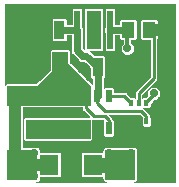
<source format=gtl>
G75*
%MOIN*%
%OFA0B0*%
%FSLAX25Y25*%
%IPPOS*%
%LPD*%
%AMOC8*
5,1,8,0,0,1.08239X$1,22.5*
%
%ADD10R,0.01969X0.12992*%
%ADD11R,0.05118X0.12992*%
%ADD12R,0.02362X0.04331*%
%ADD13R,0.14567X0.04724*%
%ADD14R,0.03543X0.06299*%
%ADD15R,0.01575X0.01969*%
%ADD16R,0.10000X0.10000*%
%ADD17R,0.06299X0.07087*%
%ADD18R,0.04331X0.05512*%
%ADD19C,0.00300*%
%ADD20C,0.02778*%
%ADD21C,0.04000*%
%ADD22C,0.01000*%
%ADD23C,0.02400*%
%ADD24C,0.05000*%
%ADD25C,0.01200*%
D10*
X0027302Y0053800D03*
X0038326Y0053800D03*
D11*
X0032814Y0053800D03*
D12*
X0034064Y0031615D03*
X0037804Y0031615D03*
X0030324Y0031615D03*
X0030324Y0020985D03*
X0034064Y0020985D03*
X0037804Y0020985D03*
D13*
X0017814Y0020788D03*
X0017814Y0031812D03*
D14*
X0021416Y0042550D03*
X0021416Y0053800D03*
X0009212Y0053800D03*
X0009212Y0042550D03*
X0034212Y0041300D03*
X0046416Y0041300D03*
D15*
X0045255Y0029450D03*
X0047814Y0029450D03*
X0050373Y0029450D03*
X0050373Y0023150D03*
X0047814Y0023150D03*
X0045255Y0023150D03*
D16*
X0041564Y0008800D03*
X0054064Y0008800D03*
X0009064Y0008800D03*
D17*
X0018070Y0008800D03*
X0032558Y0008800D03*
D18*
X0044369Y0053800D03*
X0044369Y0053800D03*
X0051259Y0053800D03*
X0051259Y0053800D03*
D19*
X0051564Y0050294D02*
X0048783Y0050294D01*
X0048344Y0050733D01*
X0048344Y0056867D01*
X0048783Y0057306D01*
X0053735Y0057306D01*
X0054174Y0056867D01*
X0054174Y0050733D01*
X0054064Y0050623D01*
X0054064Y0037032D01*
X0053332Y0036300D01*
X0049064Y0032032D01*
X0049064Y0031032D01*
X0049094Y0031002D01*
X0049275Y0031184D01*
X0050198Y0031184D01*
X0050677Y0031662D01*
X0050675Y0031664D01*
X0050675Y0033436D01*
X0051928Y0034689D01*
X0053700Y0034689D01*
X0054953Y0033436D01*
X0054953Y0031664D01*
X0053700Y0030411D01*
X0053244Y0030411D01*
X0051910Y0029078D01*
X0051910Y0028155D01*
X0051471Y0027715D01*
X0049416Y0027715D01*
X0051623Y0025509D01*
X0051623Y0024733D01*
X0051910Y0024445D01*
X0051910Y0021855D01*
X0051471Y0021416D01*
X0049275Y0021416D01*
X0048836Y0021855D01*
X0048836Y0024445D01*
X0048993Y0024603D01*
X0048196Y0025400D01*
X0037982Y0025400D01*
X0039064Y0024318D01*
X0039064Y0023900D01*
X0039296Y0023900D01*
X0039735Y0023461D01*
X0039735Y0018509D01*
X0039296Y0018070D01*
X0036312Y0018070D01*
X0035873Y0018509D01*
X0035873Y0023461D01*
X0036129Y0023717D01*
X0036046Y0023800D01*
X0032464Y0023800D01*
X0032464Y0017177D01*
X0031937Y0016650D01*
X0009941Y0016650D01*
X0009414Y0017177D01*
X0009414Y0024173D01*
X0009941Y0024700D01*
X0031396Y0024700D01*
X0029806Y0026290D01*
X0029074Y0027022D01*
X0029074Y0027900D01*
X0009314Y0027900D01*
X0009314Y0014550D01*
X0011789Y0014550D01*
X0011928Y0014689D01*
X0013700Y0014689D01*
X0013839Y0014550D01*
X0014375Y0014550D01*
X0014814Y0014111D01*
X0014814Y0013575D01*
X0014953Y0013436D01*
X0014953Y0013093D01*
X0021530Y0013093D01*
X0021969Y0012654D01*
X0021969Y0004946D01*
X0021530Y0004507D01*
X0014953Y0004507D01*
X0014953Y0004164D01*
X0014814Y0004025D01*
X0014814Y0003489D01*
X0014375Y0003050D01*
X0013839Y0003050D01*
X0013739Y0002950D01*
X0036889Y0002950D01*
X0036789Y0003050D01*
X0036253Y0003050D01*
X0035814Y0003489D01*
X0035814Y0004025D01*
X0035675Y0004164D01*
X0035675Y0004507D01*
X0029098Y0004507D01*
X0028658Y0004946D01*
X0028658Y0012654D01*
X0029098Y0013093D01*
X0035675Y0013093D01*
X0035675Y0013436D01*
X0035814Y0013575D01*
X0035814Y0014111D01*
X0036253Y0014550D01*
X0036789Y0014550D01*
X0036928Y0014689D01*
X0038700Y0014689D01*
X0038839Y0014550D01*
X0044289Y0014550D01*
X0044428Y0014689D01*
X0046200Y0014689D01*
X0046339Y0014550D01*
X0046875Y0014550D01*
X0047314Y0014111D01*
X0047314Y0013575D01*
X0047453Y0013436D01*
X0047453Y0011664D01*
X0047314Y0011525D01*
X0047314Y0006075D01*
X0047453Y0005936D01*
X0047453Y0004164D01*
X0047314Y0004025D01*
X0047314Y0003489D01*
X0046875Y0003050D01*
X0046339Y0003050D01*
X0046239Y0002950D01*
X0059914Y0002950D01*
X0059914Y0062150D01*
X0003214Y0062150D01*
X0003214Y0035473D01*
X0003691Y0035950D01*
X0013691Y0035950D01*
X0018164Y0040423D01*
X0018164Y0046673D01*
X0018691Y0047200D01*
X0024437Y0047200D01*
X0024964Y0046673D01*
X0024964Y0042923D01*
X0032262Y0035625D01*
X0032262Y0037400D01*
X0032129Y0037400D01*
X0031690Y0037840D01*
X0031690Y0041064D01*
X0029654Y0043100D01*
X0028256Y0043100D01*
X0026494Y0044862D01*
X0025352Y0046004D01*
X0025352Y0051850D01*
X0023938Y0051850D01*
X0023938Y0050340D01*
X0023499Y0049900D01*
X0019334Y0049900D01*
X0018895Y0050340D01*
X0018895Y0057260D01*
X0019334Y0057700D01*
X0023499Y0057700D01*
X0023938Y0057260D01*
X0023938Y0055750D01*
X0025568Y0055750D01*
X0025568Y0060607D01*
X0026007Y0061046D01*
X0028597Y0061046D01*
X0029036Y0060607D01*
X0029036Y0054823D01*
X0029252Y0054608D01*
X0029252Y0047620D01*
X0029505Y0047367D01*
X0029505Y0060607D01*
X0029944Y0061046D01*
X0035684Y0061046D01*
X0036123Y0060607D01*
X0036123Y0046993D01*
X0035684Y0046554D01*
X0031715Y0046554D01*
X0032412Y0045858D01*
X0033070Y0045200D01*
X0036294Y0045200D01*
X0036733Y0044760D01*
X0036733Y0037840D01*
X0036294Y0037400D01*
X0036162Y0037400D01*
X0036162Y0034380D01*
X0036312Y0034530D01*
X0039296Y0034530D01*
X0039735Y0034091D01*
X0039735Y0032865D01*
X0043607Y0032865D01*
X0044340Y0032133D01*
X0045288Y0031184D01*
X0046353Y0031184D01*
X0046534Y0031002D01*
X0046564Y0031032D01*
X0046564Y0033068D01*
X0051564Y0038068D01*
X0051564Y0050294D01*
X0051564Y0050256D02*
X0045414Y0050256D01*
X0045414Y0050294D02*
X0045414Y0049225D01*
X0046203Y0048436D01*
X0046203Y0046664D01*
X0044950Y0045411D01*
X0043178Y0045411D01*
X0041925Y0046664D01*
X0041925Y0048436D01*
X0042714Y0049225D01*
X0042714Y0050294D01*
X0041893Y0050294D01*
X0041454Y0050733D01*
X0041454Y0051850D01*
X0040060Y0051850D01*
X0040060Y0046993D01*
X0039621Y0046554D01*
X0037031Y0046554D01*
X0036592Y0046993D01*
X0036592Y0052777D01*
X0036376Y0052992D01*
X0036376Y0054608D01*
X0036592Y0054823D01*
X0036592Y0060607D01*
X0037031Y0061046D01*
X0039621Y0061046D01*
X0040060Y0060607D01*
X0040060Y0055750D01*
X0041454Y0055750D01*
X0041454Y0056867D01*
X0041893Y0057306D01*
X0046845Y0057306D01*
X0047284Y0056867D01*
X0047284Y0050733D01*
X0046845Y0050294D01*
X0045414Y0050294D01*
X0045414Y0049957D02*
X0051564Y0049957D01*
X0051564Y0049659D02*
X0045414Y0049659D01*
X0045414Y0049360D02*
X0051564Y0049360D01*
X0051564Y0049062D02*
X0045577Y0049062D01*
X0045876Y0048763D02*
X0051564Y0048763D01*
X0051564Y0048465D02*
X0046174Y0048465D01*
X0046203Y0048166D02*
X0051564Y0048166D01*
X0051564Y0047868D02*
X0046203Y0047868D01*
X0046203Y0047569D02*
X0051564Y0047569D01*
X0051564Y0047271D02*
X0046203Y0047271D01*
X0046203Y0046972D02*
X0051564Y0046972D01*
X0051564Y0046674D02*
X0046203Y0046674D01*
X0045914Y0046375D02*
X0051564Y0046375D01*
X0051564Y0046077D02*
X0045616Y0046077D01*
X0045317Y0045778D02*
X0051564Y0045778D01*
X0051564Y0045480D02*
X0045019Y0045480D01*
X0043109Y0045480D02*
X0032790Y0045480D01*
X0032491Y0045778D02*
X0042811Y0045778D01*
X0042512Y0046077D02*
X0032193Y0046077D01*
X0031894Y0046375D02*
X0042214Y0046375D01*
X0041925Y0046674D02*
X0039740Y0046674D01*
X0040039Y0046972D02*
X0041925Y0046972D01*
X0041925Y0047271D02*
X0040060Y0047271D01*
X0040060Y0047569D02*
X0041925Y0047569D01*
X0041925Y0047868D02*
X0040060Y0047868D01*
X0040060Y0048166D02*
X0041925Y0048166D01*
X0041954Y0048465D02*
X0040060Y0048465D01*
X0040060Y0048763D02*
X0042252Y0048763D01*
X0042551Y0049062D02*
X0040060Y0049062D01*
X0040060Y0049360D02*
X0042714Y0049360D01*
X0042714Y0049659D02*
X0040060Y0049659D01*
X0040060Y0049957D02*
X0042714Y0049957D01*
X0042714Y0050256D02*
X0040060Y0050256D01*
X0040060Y0050554D02*
X0041633Y0050554D01*
X0041454Y0050853D02*
X0040060Y0050853D01*
X0040060Y0051151D02*
X0041454Y0051151D01*
X0041454Y0051450D02*
X0040060Y0051450D01*
X0040060Y0051748D02*
X0041454Y0051748D01*
X0041454Y0055928D02*
X0040060Y0055928D01*
X0040060Y0056226D02*
X0041454Y0056226D01*
X0041454Y0056525D02*
X0040060Y0056525D01*
X0040060Y0056823D02*
X0041454Y0056823D01*
X0041709Y0057122D02*
X0040060Y0057122D01*
X0040060Y0057420D02*
X0059914Y0057420D01*
X0059914Y0057122D02*
X0053919Y0057122D01*
X0054174Y0056823D02*
X0059914Y0056823D01*
X0059914Y0056525D02*
X0054174Y0056525D01*
X0054174Y0056226D02*
X0059914Y0056226D01*
X0059914Y0055928D02*
X0054174Y0055928D01*
X0054174Y0055629D02*
X0059914Y0055629D01*
X0059914Y0055331D02*
X0054174Y0055331D01*
X0054174Y0055032D02*
X0059914Y0055032D01*
X0059914Y0054734D02*
X0054174Y0054734D01*
X0054174Y0054435D02*
X0059914Y0054435D01*
X0059914Y0054137D02*
X0054174Y0054137D01*
X0054174Y0053838D02*
X0059914Y0053838D01*
X0059914Y0053539D02*
X0054174Y0053539D01*
X0054174Y0053241D02*
X0059914Y0053241D01*
X0059914Y0052942D02*
X0054174Y0052942D01*
X0054174Y0052644D02*
X0059914Y0052644D01*
X0059914Y0052345D02*
X0054174Y0052345D01*
X0054174Y0052047D02*
X0059914Y0052047D01*
X0059914Y0051748D02*
X0054174Y0051748D01*
X0054174Y0051450D02*
X0059914Y0051450D01*
X0059914Y0051151D02*
X0054174Y0051151D01*
X0054174Y0050853D02*
X0059914Y0050853D01*
X0059914Y0050554D02*
X0054064Y0050554D01*
X0054064Y0050256D02*
X0059914Y0050256D01*
X0059914Y0049957D02*
X0054064Y0049957D01*
X0054064Y0049659D02*
X0059914Y0049659D01*
X0059914Y0049360D02*
X0054064Y0049360D01*
X0054064Y0049062D02*
X0059914Y0049062D01*
X0059914Y0048763D02*
X0054064Y0048763D01*
X0054064Y0048465D02*
X0059914Y0048465D01*
X0059914Y0048166D02*
X0054064Y0048166D01*
X0054064Y0047868D02*
X0059914Y0047868D01*
X0059914Y0047569D02*
X0054064Y0047569D01*
X0054064Y0047271D02*
X0059914Y0047271D01*
X0059914Y0046972D02*
X0054064Y0046972D01*
X0054064Y0046674D02*
X0059914Y0046674D01*
X0059914Y0046375D02*
X0054064Y0046375D01*
X0054064Y0046077D02*
X0059914Y0046077D01*
X0059914Y0045778D02*
X0054064Y0045778D01*
X0054064Y0045480D02*
X0059914Y0045480D01*
X0059914Y0045181D02*
X0054064Y0045181D01*
X0054064Y0044883D02*
X0059914Y0044883D01*
X0059914Y0044584D02*
X0054064Y0044584D01*
X0054064Y0044286D02*
X0059914Y0044286D01*
X0059914Y0043987D02*
X0054064Y0043987D01*
X0054064Y0043689D02*
X0059914Y0043689D01*
X0059914Y0043390D02*
X0054064Y0043390D01*
X0054064Y0043092D02*
X0059914Y0043092D01*
X0059914Y0042793D02*
X0054064Y0042793D01*
X0054064Y0042495D02*
X0059914Y0042495D01*
X0059914Y0042196D02*
X0054064Y0042196D01*
X0054064Y0041898D02*
X0059914Y0041898D01*
X0059914Y0041599D02*
X0054064Y0041599D01*
X0054064Y0041301D02*
X0059914Y0041301D01*
X0059914Y0041002D02*
X0054064Y0041002D01*
X0054064Y0040703D02*
X0059914Y0040703D01*
X0059914Y0040405D02*
X0054064Y0040405D01*
X0054064Y0040106D02*
X0059914Y0040106D01*
X0059914Y0039808D02*
X0054064Y0039808D01*
X0054064Y0039509D02*
X0059914Y0039509D01*
X0059914Y0039211D02*
X0054064Y0039211D01*
X0054064Y0038912D02*
X0059914Y0038912D01*
X0059914Y0038614D02*
X0054064Y0038614D01*
X0054064Y0038315D02*
X0059914Y0038315D01*
X0059914Y0038017D02*
X0054064Y0038017D01*
X0054064Y0037718D02*
X0059914Y0037718D01*
X0059914Y0037420D02*
X0054064Y0037420D01*
X0054064Y0037121D02*
X0059914Y0037121D01*
X0059914Y0036823D02*
X0053855Y0036823D01*
X0053556Y0036524D02*
X0059914Y0036524D01*
X0059914Y0036226D02*
X0053258Y0036226D01*
X0052959Y0035927D02*
X0059914Y0035927D01*
X0059914Y0035629D02*
X0052661Y0035629D01*
X0052362Y0035330D02*
X0059914Y0035330D01*
X0059914Y0035032D02*
X0052064Y0035032D01*
X0051765Y0034733D02*
X0059914Y0034733D01*
X0059914Y0034435D02*
X0053954Y0034435D01*
X0054253Y0034136D02*
X0059914Y0034136D01*
X0059914Y0033838D02*
X0054551Y0033838D01*
X0054850Y0033539D02*
X0059914Y0033539D01*
X0059914Y0033241D02*
X0054953Y0033241D01*
X0054953Y0032942D02*
X0059914Y0032942D01*
X0059914Y0032644D02*
X0054953Y0032644D01*
X0054953Y0032345D02*
X0059914Y0032345D01*
X0059914Y0032047D02*
X0054953Y0032047D01*
X0054953Y0031748D02*
X0059914Y0031748D01*
X0059914Y0031450D02*
X0054739Y0031450D01*
X0054440Y0031151D02*
X0059914Y0031151D01*
X0059914Y0030853D02*
X0054142Y0030853D01*
X0053843Y0030554D02*
X0059914Y0030554D01*
X0059914Y0030256D02*
X0053088Y0030256D01*
X0052790Y0029957D02*
X0059914Y0029957D01*
X0059914Y0029659D02*
X0052491Y0029659D01*
X0052193Y0029360D02*
X0059914Y0029360D01*
X0059914Y0029062D02*
X0051910Y0029062D01*
X0051910Y0028763D02*
X0059914Y0028763D01*
X0059914Y0028465D02*
X0051910Y0028465D01*
X0051910Y0028166D02*
X0059914Y0028166D01*
X0059914Y0027868D02*
X0051623Y0027868D01*
X0050458Y0026673D02*
X0059914Y0026673D01*
X0059914Y0026375D02*
X0050757Y0026375D01*
X0051055Y0026076D02*
X0059914Y0026076D01*
X0059914Y0025778D02*
X0051354Y0025778D01*
X0051623Y0025479D02*
X0059914Y0025479D01*
X0059914Y0025181D02*
X0051623Y0025181D01*
X0051623Y0024882D02*
X0059914Y0024882D01*
X0059914Y0024584D02*
X0051772Y0024584D01*
X0051910Y0024285D02*
X0059914Y0024285D01*
X0059914Y0023987D02*
X0051910Y0023987D01*
X0051910Y0023688D02*
X0059914Y0023688D01*
X0059914Y0023390D02*
X0051910Y0023390D01*
X0051910Y0023091D02*
X0059914Y0023091D01*
X0059914Y0022793D02*
X0051910Y0022793D01*
X0051910Y0022494D02*
X0059914Y0022494D01*
X0059914Y0022196D02*
X0051910Y0022196D01*
X0051910Y0021897D02*
X0059914Y0021897D01*
X0059914Y0021599D02*
X0051654Y0021599D01*
X0049092Y0021599D02*
X0039735Y0021599D01*
X0039735Y0021897D02*
X0048836Y0021897D01*
X0048836Y0022196D02*
X0039735Y0022196D01*
X0039735Y0022494D02*
X0048836Y0022494D01*
X0048836Y0022793D02*
X0039735Y0022793D01*
X0039735Y0023091D02*
X0048836Y0023091D01*
X0048836Y0023390D02*
X0039735Y0023390D01*
X0039508Y0023688D02*
X0048836Y0023688D01*
X0048836Y0023987D02*
X0039064Y0023987D01*
X0039064Y0024285D02*
X0048836Y0024285D01*
X0048974Y0024584D02*
X0038798Y0024584D01*
X0038499Y0024882D02*
X0048714Y0024882D01*
X0048415Y0025181D02*
X0038201Y0025181D01*
X0036100Y0023688D02*
X0032464Y0023688D01*
X0032464Y0023390D02*
X0035873Y0023390D01*
X0035873Y0023091D02*
X0032464Y0023091D01*
X0032464Y0022793D02*
X0035873Y0022793D01*
X0035873Y0022494D02*
X0032464Y0022494D01*
X0032464Y0022196D02*
X0035873Y0022196D01*
X0035873Y0021897D02*
X0032464Y0021897D01*
X0032464Y0021599D02*
X0035873Y0021599D01*
X0035873Y0021300D02*
X0032464Y0021300D01*
X0032464Y0021002D02*
X0035873Y0021002D01*
X0035873Y0020703D02*
X0032464Y0020703D01*
X0032464Y0020405D02*
X0035873Y0020405D01*
X0035873Y0020106D02*
X0032464Y0020106D01*
X0032464Y0019808D02*
X0035873Y0019808D01*
X0035873Y0019509D02*
X0032464Y0019509D01*
X0032464Y0019211D02*
X0035873Y0019211D01*
X0035873Y0018912D02*
X0032464Y0018912D01*
X0032464Y0018614D02*
X0035873Y0018614D01*
X0036067Y0018315D02*
X0032464Y0018315D01*
X0032464Y0018017D02*
X0059914Y0018017D01*
X0059914Y0018315D02*
X0039541Y0018315D01*
X0039735Y0018614D02*
X0059914Y0018614D01*
X0059914Y0018912D02*
X0039735Y0018912D01*
X0039735Y0019211D02*
X0059914Y0019211D01*
X0059914Y0019509D02*
X0039735Y0019509D01*
X0039735Y0019808D02*
X0059914Y0019808D01*
X0059914Y0020106D02*
X0039735Y0020106D01*
X0039735Y0020405D02*
X0059914Y0020405D01*
X0059914Y0020703D02*
X0039735Y0020703D01*
X0039735Y0021002D02*
X0059914Y0021002D01*
X0059914Y0021300D02*
X0039735Y0021300D01*
X0036138Y0014434D02*
X0014490Y0014434D01*
X0014789Y0014136D02*
X0035839Y0014136D01*
X0035814Y0013837D02*
X0014814Y0013837D01*
X0014850Y0013539D02*
X0035778Y0013539D01*
X0035675Y0013240D02*
X0014953Y0013240D01*
X0010314Y0017550D02*
X0010314Y0023800D01*
X0031564Y0023800D01*
X0031564Y0017550D01*
X0010314Y0017550D01*
X0010314Y0017718D02*
X0031564Y0017718D01*
X0031564Y0018017D02*
X0010314Y0018017D01*
X0010314Y0018315D02*
X0031564Y0018315D01*
X0031564Y0018614D02*
X0010314Y0018614D01*
X0010314Y0018912D02*
X0031564Y0018912D01*
X0031564Y0019211D02*
X0010314Y0019211D01*
X0010314Y0019509D02*
X0031564Y0019509D01*
X0031564Y0019808D02*
X0010314Y0019808D01*
X0010314Y0020106D02*
X0031564Y0020106D01*
X0031564Y0020405D02*
X0010314Y0020405D01*
X0010314Y0020703D02*
X0031564Y0020703D01*
X0031564Y0021002D02*
X0010314Y0021002D01*
X0010314Y0021300D02*
X0031564Y0021300D01*
X0031564Y0021599D02*
X0010314Y0021599D01*
X0010314Y0021897D02*
X0031564Y0021897D01*
X0031564Y0022196D02*
X0010314Y0022196D01*
X0010314Y0022494D02*
X0031564Y0022494D01*
X0031564Y0022793D02*
X0010314Y0022793D01*
X0010314Y0023091D02*
X0031564Y0023091D01*
X0031564Y0023390D02*
X0010314Y0023390D01*
X0010314Y0023688D02*
X0031564Y0023688D01*
X0031214Y0024882D02*
X0009314Y0024882D01*
X0009314Y0024584D02*
X0009825Y0024584D01*
X0009527Y0024285D02*
X0009314Y0024285D01*
X0009314Y0023987D02*
X0009414Y0023987D01*
X0009414Y0023688D02*
X0009314Y0023688D01*
X0009314Y0023390D02*
X0009414Y0023390D01*
X0009414Y0023091D02*
X0009314Y0023091D01*
X0009314Y0022793D02*
X0009414Y0022793D01*
X0009414Y0022494D02*
X0009314Y0022494D01*
X0009314Y0022196D02*
X0009414Y0022196D01*
X0009414Y0021897D02*
X0009314Y0021897D01*
X0009314Y0021599D02*
X0009414Y0021599D01*
X0009414Y0021300D02*
X0009314Y0021300D01*
X0009314Y0021002D02*
X0009414Y0021002D01*
X0009414Y0020703D02*
X0009314Y0020703D01*
X0009314Y0020405D02*
X0009414Y0020405D01*
X0009414Y0020106D02*
X0009314Y0020106D01*
X0009314Y0019808D02*
X0009414Y0019808D01*
X0009414Y0019509D02*
X0009314Y0019509D01*
X0009314Y0019211D02*
X0009414Y0019211D01*
X0009414Y0018912D02*
X0009314Y0018912D01*
X0009314Y0018614D02*
X0009414Y0018614D01*
X0009414Y0018315D02*
X0009314Y0018315D01*
X0009314Y0018017D02*
X0009414Y0018017D01*
X0009414Y0017718D02*
X0009314Y0017718D01*
X0009314Y0017420D02*
X0009414Y0017420D01*
X0009470Y0017121D02*
X0009314Y0017121D01*
X0009314Y0016823D02*
X0009769Y0016823D01*
X0009314Y0016524D02*
X0059914Y0016524D01*
X0059914Y0016226D02*
X0009314Y0016226D01*
X0009314Y0015927D02*
X0059914Y0015927D01*
X0059914Y0015629D02*
X0009314Y0015629D01*
X0009314Y0015330D02*
X0059914Y0015330D01*
X0059914Y0015032D02*
X0009314Y0015032D01*
X0009314Y0014733D02*
X0059914Y0014733D01*
X0059914Y0014434D02*
X0046990Y0014434D01*
X0047289Y0014136D02*
X0059914Y0014136D01*
X0059914Y0013837D02*
X0047314Y0013837D01*
X0047350Y0013539D02*
X0059914Y0013539D01*
X0059914Y0013240D02*
X0047453Y0013240D01*
X0047453Y0012942D02*
X0059914Y0012942D01*
X0059914Y0012643D02*
X0047453Y0012643D01*
X0047453Y0012345D02*
X0059914Y0012345D01*
X0059914Y0012046D02*
X0047453Y0012046D01*
X0047453Y0011748D02*
X0059914Y0011748D01*
X0059914Y0011449D02*
X0047314Y0011449D01*
X0047314Y0011151D02*
X0059914Y0011151D01*
X0059914Y0010852D02*
X0047314Y0010852D01*
X0047314Y0010554D02*
X0059914Y0010554D01*
X0059914Y0010255D02*
X0047314Y0010255D01*
X0047314Y0009957D02*
X0059914Y0009957D01*
X0059914Y0009658D02*
X0047314Y0009658D01*
X0047314Y0009360D02*
X0059914Y0009360D01*
X0059914Y0009061D02*
X0047314Y0009061D01*
X0047314Y0008763D02*
X0059914Y0008763D01*
X0059914Y0008464D02*
X0047314Y0008464D01*
X0047314Y0008166D02*
X0059914Y0008166D01*
X0059914Y0007867D02*
X0047314Y0007867D01*
X0047314Y0007569D02*
X0059914Y0007569D01*
X0059914Y0007270D02*
X0047314Y0007270D01*
X0047314Y0006972D02*
X0059914Y0006972D01*
X0059914Y0006673D02*
X0047314Y0006673D01*
X0047314Y0006375D02*
X0059914Y0006375D01*
X0059914Y0006076D02*
X0047314Y0006076D01*
X0047453Y0005778D02*
X0059914Y0005778D01*
X0059914Y0005479D02*
X0047453Y0005479D01*
X0047453Y0005181D02*
X0059914Y0005181D01*
X0059914Y0004882D02*
X0047453Y0004882D01*
X0047453Y0004584D02*
X0059914Y0004584D01*
X0059914Y0004285D02*
X0047453Y0004285D01*
X0047314Y0003987D02*
X0059914Y0003987D01*
X0059914Y0003688D02*
X0047314Y0003688D01*
X0047214Y0003390D02*
X0059914Y0003390D01*
X0059914Y0003091D02*
X0046916Y0003091D01*
X0036212Y0003091D02*
X0014416Y0003091D01*
X0014714Y0003390D02*
X0035914Y0003390D01*
X0035814Y0003688D02*
X0014814Y0003688D01*
X0014814Y0003987D02*
X0035814Y0003987D01*
X0035675Y0004285D02*
X0014953Y0004285D01*
X0021607Y0004584D02*
X0029021Y0004584D01*
X0028722Y0004882D02*
X0021906Y0004882D01*
X0021969Y0005181D02*
X0028658Y0005181D01*
X0028658Y0005479D02*
X0021969Y0005479D01*
X0021969Y0005778D02*
X0028658Y0005778D01*
X0028658Y0006076D02*
X0021969Y0006076D01*
X0021969Y0006375D02*
X0028658Y0006375D01*
X0028658Y0006673D02*
X0021969Y0006673D01*
X0021969Y0006972D02*
X0028658Y0006972D01*
X0028658Y0007270D02*
X0021969Y0007270D01*
X0021969Y0007569D02*
X0028658Y0007569D01*
X0028658Y0007867D02*
X0021969Y0007867D01*
X0021969Y0008166D02*
X0028658Y0008166D01*
X0028658Y0008464D02*
X0021969Y0008464D01*
X0021969Y0008763D02*
X0028658Y0008763D01*
X0028658Y0009061D02*
X0021969Y0009061D01*
X0021969Y0009360D02*
X0028658Y0009360D01*
X0028658Y0009658D02*
X0021969Y0009658D01*
X0021969Y0009957D02*
X0028658Y0009957D01*
X0028658Y0010255D02*
X0021969Y0010255D01*
X0021969Y0010554D02*
X0028658Y0010554D01*
X0028658Y0010852D02*
X0021969Y0010852D01*
X0021969Y0011151D02*
X0028658Y0011151D01*
X0028658Y0011449D02*
X0021969Y0011449D01*
X0021969Y0011748D02*
X0028658Y0011748D01*
X0028658Y0012046D02*
X0021969Y0012046D01*
X0021969Y0012345D02*
X0028658Y0012345D01*
X0028658Y0012643D02*
X0021969Y0012643D01*
X0021682Y0012942D02*
X0028946Y0012942D01*
X0032109Y0016823D02*
X0059914Y0016823D01*
X0059914Y0017121D02*
X0032408Y0017121D01*
X0032464Y0017420D02*
X0059914Y0017420D01*
X0059914Y0017718D02*
X0032464Y0017718D01*
X0030915Y0025181D02*
X0009314Y0025181D01*
X0009314Y0025479D02*
X0030617Y0025479D01*
X0030318Y0025778D02*
X0009314Y0025778D01*
X0009314Y0026076D02*
X0030020Y0026076D01*
X0029721Y0026375D02*
X0009314Y0026375D01*
X0009314Y0026673D02*
X0029423Y0026673D01*
X0029124Y0026972D02*
X0009314Y0026972D01*
X0009314Y0027270D02*
X0029074Y0027270D01*
X0029074Y0027569D02*
X0009314Y0027569D01*
X0009314Y0027868D02*
X0029074Y0027868D01*
X0031564Y0028800D02*
X0031564Y0035050D01*
X0024064Y0042550D01*
X0024064Y0046300D01*
X0019064Y0046300D01*
X0019064Y0040050D01*
X0014064Y0035050D01*
X0004064Y0035050D01*
X0004064Y0028800D01*
X0031564Y0028800D01*
X0031564Y0029062D02*
X0004064Y0029062D01*
X0004064Y0029360D02*
X0031564Y0029360D01*
X0031564Y0029659D02*
X0004064Y0029659D01*
X0004064Y0029957D02*
X0031564Y0029957D01*
X0031564Y0030256D02*
X0004064Y0030256D01*
X0004064Y0030554D02*
X0031564Y0030554D01*
X0031564Y0030853D02*
X0004064Y0030853D01*
X0004064Y0031151D02*
X0031564Y0031151D01*
X0031564Y0031450D02*
X0004064Y0031450D01*
X0004064Y0031748D02*
X0031564Y0031748D01*
X0031564Y0032047D02*
X0004064Y0032047D01*
X0004064Y0032345D02*
X0031564Y0032345D01*
X0031564Y0032644D02*
X0004064Y0032644D01*
X0004064Y0032942D02*
X0031564Y0032942D01*
X0031564Y0033241D02*
X0004064Y0033241D01*
X0004064Y0033539D02*
X0031564Y0033539D01*
X0031564Y0033838D02*
X0004064Y0033838D01*
X0004064Y0034136D02*
X0031564Y0034136D01*
X0031564Y0034435D02*
X0004064Y0034435D01*
X0004064Y0034733D02*
X0031564Y0034733D01*
X0031564Y0035032D02*
X0004064Y0035032D01*
X0003370Y0035629D02*
X0003214Y0035629D01*
X0003214Y0035927D02*
X0003669Y0035927D01*
X0003214Y0036226D02*
X0013967Y0036226D01*
X0014266Y0036524D02*
X0003214Y0036524D01*
X0003214Y0036823D02*
X0014564Y0036823D01*
X0014863Y0037121D02*
X0003214Y0037121D01*
X0003214Y0037420D02*
X0015161Y0037420D01*
X0015460Y0037718D02*
X0003214Y0037718D01*
X0003214Y0038017D02*
X0015758Y0038017D01*
X0016057Y0038315D02*
X0003214Y0038315D01*
X0003214Y0038614D02*
X0016355Y0038614D01*
X0016654Y0038912D02*
X0003214Y0038912D01*
X0003214Y0039211D02*
X0016952Y0039211D01*
X0017251Y0039509D02*
X0003214Y0039509D01*
X0003214Y0039808D02*
X0017549Y0039808D01*
X0017848Y0040106D02*
X0003214Y0040106D01*
X0003214Y0040405D02*
X0018146Y0040405D01*
X0018164Y0040703D02*
X0003214Y0040703D01*
X0003214Y0041002D02*
X0018164Y0041002D01*
X0018164Y0041301D02*
X0003214Y0041301D01*
X0003214Y0041599D02*
X0018164Y0041599D01*
X0018164Y0041898D02*
X0003214Y0041898D01*
X0003214Y0042196D02*
X0018164Y0042196D01*
X0018164Y0042495D02*
X0003214Y0042495D01*
X0003214Y0042793D02*
X0018164Y0042793D01*
X0018164Y0043092D02*
X0003214Y0043092D01*
X0003214Y0043390D02*
X0018164Y0043390D01*
X0018164Y0043689D02*
X0003214Y0043689D01*
X0003214Y0043987D02*
X0018164Y0043987D01*
X0018164Y0044286D02*
X0003214Y0044286D01*
X0003214Y0044584D02*
X0018164Y0044584D01*
X0018164Y0044883D02*
X0003214Y0044883D01*
X0003214Y0045181D02*
X0018164Y0045181D01*
X0018164Y0045480D02*
X0003214Y0045480D01*
X0003214Y0045778D02*
X0018164Y0045778D01*
X0018164Y0046077D02*
X0003214Y0046077D01*
X0003214Y0046375D02*
X0018164Y0046375D01*
X0018165Y0046674D02*
X0003214Y0046674D01*
X0003214Y0046972D02*
X0018463Y0046972D01*
X0019064Y0046077D02*
X0024064Y0046077D01*
X0024064Y0045778D02*
X0019064Y0045778D01*
X0019064Y0045480D02*
X0024064Y0045480D01*
X0024064Y0045181D02*
X0019064Y0045181D01*
X0019064Y0044883D02*
X0024064Y0044883D01*
X0024064Y0044584D02*
X0019064Y0044584D01*
X0019064Y0044286D02*
X0024064Y0044286D01*
X0024064Y0043987D02*
X0019064Y0043987D01*
X0019064Y0043689D02*
X0024064Y0043689D01*
X0024064Y0043390D02*
X0019064Y0043390D01*
X0019064Y0043092D02*
X0024064Y0043092D01*
X0024064Y0042793D02*
X0019064Y0042793D01*
X0019064Y0042495D02*
X0024119Y0042495D01*
X0024418Y0042196D02*
X0019064Y0042196D01*
X0019064Y0041898D02*
X0024716Y0041898D01*
X0025015Y0041599D02*
X0019064Y0041599D01*
X0019064Y0041301D02*
X0025313Y0041301D01*
X0025612Y0041002D02*
X0019064Y0041002D01*
X0019064Y0040703D02*
X0025910Y0040703D01*
X0026209Y0040405D02*
X0019064Y0040405D01*
X0019064Y0040106D02*
X0026508Y0040106D01*
X0026806Y0039808D02*
X0018822Y0039808D01*
X0018523Y0039509D02*
X0027105Y0039509D01*
X0027403Y0039211D02*
X0018225Y0039211D01*
X0017926Y0038912D02*
X0027702Y0038912D01*
X0028000Y0038614D02*
X0017628Y0038614D01*
X0017329Y0038315D02*
X0028299Y0038315D01*
X0028597Y0038017D02*
X0017031Y0038017D01*
X0016732Y0037718D02*
X0028896Y0037718D01*
X0029194Y0037420D02*
X0016434Y0037420D01*
X0016135Y0037121D02*
X0029493Y0037121D01*
X0029791Y0036823D02*
X0015837Y0036823D01*
X0015538Y0036524D02*
X0030090Y0036524D01*
X0030388Y0036226D02*
X0015240Y0036226D01*
X0014941Y0035927D02*
X0030687Y0035927D01*
X0030985Y0035629D02*
X0014643Y0035629D01*
X0014344Y0035330D02*
X0031284Y0035330D01*
X0031959Y0035927D02*
X0032262Y0035927D01*
X0032258Y0035629D02*
X0032262Y0035629D01*
X0032262Y0036226D02*
X0031661Y0036226D01*
X0031362Y0036524D02*
X0032262Y0036524D01*
X0032262Y0036823D02*
X0031064Y0036823D01*
X0030765Y0037121D02*
X0032262Y0037121D01*
X0032110Y0037420D02*
X0030467Y0037420D01*
X0030168Y0037718D02*
X0031811Y0037718D01*
X0031690Y0038017D02*
X0029870Y0038017D01*
X0029571Y0038315D02*
X0031690Y0038315D01*
X0031690Y0038614D02*
X0029273Y0038614D01*
X0028974Y0038912D02*
X0031690Y0038912D01*
X0031690Y0039211D02*
X0028676Y0039211D01*
X0028377Y0039509D02*
X0031690Y0039509D01*
X0031690Y0039808D02*
X0028079Y0039808D01*
X0027780Y0040106D02*
X0031690Y0040106D01*
X0031690Y0040405D02*
X0027482Y0040405D01*
X0027183Y0040703D02*
X0031690Y0040703D01*
X0031690Y0041002D02*
X0026885Y0041002D01*
X0026586Y0041301D02*
X0031453Y0041301D01*
X0031155Y0041599D02*
X0026288Y0041599D01*
X0025989Y0041898D02*
X0030856Y0041898D01*
X0030558Y0042196D02*
X0025691Y0042196D01*
X0025392Y0042495D02*
X0030259Y0042495D01*
X0029961Y0042793D02*
X0025094Y0042793D01*
X0024964Y0043092D02*
X0029662Y0043092D01*
X0027966Y0043390D02*
X0024964Y0043390D01*
X0024964Y0043689D02*
X0027668Y0043689D01*
X0027369Y0043987D02*
X0024964Y0043987D01*
X0024964Y0044286D02*
X0027071Y0044286D01*
X0026772Y0044584D02*
X0024964Y0044584D01*
X0024964Y0044883D02*
X0026474Y0044883D01*
X0026175Y0045181D02*
X0024964Y0045181D01*
X0024964Y0045480D02*
X0025877Y0045480D01*
X0025578Y0045778D02*
X0024964Y0045778D01*
X0024964Y0046077D02*
X0025352Y0046077D01*
X0025352Y0046375D02*
X0024964Y0046375D01*
X0024963Y0046674D02*
X0025352Y0046674D01*
X0025352Y0046972D02*
X0024665Y0046972D01*
X0025352Y0047271D02*
X0003214Y0047271D01*
X0003214Y0047569D02*
X0025352Y0047569D01*
X0025352Y0047868D02*
X0003214Y0047868D01*
X0003214Y0048166D02*
X0025352Y0048166D01*
X0025352Y0048465D02*
X0003214Y0048465D01*
X0003214Y0048763D02*
X0025352Y0048763D01*
X0025352Y0049062D02*
X0003214Y0049062D01*
X0003214Y0049360D02*
X0025352Y0049360D01*
X0025352Y0049659D02*
X0003214Y0049659D01*
X0003214Y0049957D02*
X0019277Y0049957D01*
X0018979Y0050256D02*
X0003214Y0050256D01*
X0003214Y0050554D02*
X0018895Y0050554D01*
X0018895Y0050853D02*
X0003214Y0050853D01*
X0003214Y0051151D02*
X0018895Y0051151D01*
X0018895Y0051450D02*
X0003214Y0051450D01*
X0003214Y0051748D02*
X0018895Y0051748D01*
X0018895Y0052047D02*
X0003214Y0052047D01*
X0003214Y0052345D02*
X0018895Y0052345D01*
X0018895Y0052644D02*
X0003214Y0052644D01*
X0003214Y0052942D02*
X0018895Y0052942D01*
X0018895Y0053241D02*
X0003214Y0053241D01*
X0003214Y0053539D02*
X0018895Y0053539D01*
X0018895Y0053838D02*
X0003214Y0053838D01*
X0003214Y0054137D02*
X0018895Y0054137D01*
X0018895Y0054435D02*
X0003214Y0054435D01*
X0003214Y0054734D02*
X0018895Y0054734D01*
X0018895Y0055032D02*
X0003214Y0055032D01*
X0003214Y0055331D02*
X0018895Y0055331D01*
X0018895Y0055629D02*
X0003214Y0055629D01*
X0003214Y0055928D02*
X0018895Y0055928D01*
X0018895Y0056226D02*
X0003214Y0056226D01*
X0003214Y0056525D02*
X0018895Y0056525D01*
X0018895Y0056823D02*
X0003214Y0056823D01*
X0003214Y0057122D02*
X0018895Y0057122D01*
X0019055Y0057420D02*
X0003214Y0057420D01*
X0003214Y0057719D02*
X0025568Y0057719D01*
X0025568Y0058017D02*
X0003214Y0058017D01*
X0003214Y0058316D02*
X0025568Y0058316D01*
X0025568Y0058614D02*
X0003214Y0058614D01*
X0003214Y0058913D02*
X0025568Y0058913D01*
X0025568Y0059211D02*
X0003214Y0059211D01*
X0003214Y0059510D02*
X0025568Y0059510D01*
X0025568Y0059808D02*
X0003214Y0059808D01*
X0003214Y0060107D02*
X0025568Y0060107D01*
X0025568Y0060405D02*
X0003214Y0060405D01*
X0003214Y0060704D02*
X0025665Y0060704D01*
X0025963Y0061002D02*
X0003214Y0061002D01*
X0003214Y0061301D02*
X0059914Y0061301D01*
X0059914Y0061599D02*
X0003214Y0061599D01*
X0003214Y0061898D02*
X0059914Y0061898D01*
X0059914Y0061002D02*
X0039664Y0061002D01*
X0039963Y0060704D02*
X0059914Y0060704D01*
X0059914Y0060405D02*
X0040060Y0060405D01*
X0040060Y0060107D02*
X0059914Y0060107D01*
X0059914Y0059808D02*
X0040060Y0059808D01*
X0040060Y0059510D02*
X0059914Y0059510D01*
X0059914Y0059211D02*
X0040060Y0059211D01*
X0040060Y0058913D02*
X0059914Y0058913D01*
X0059914Y0058614D02*
X0040060Y0058614D01*
X0040060Y0058316D02*
X0059914Y0058316D01*
X0059914Y0058017D02*
X0040060Y0058017D01*
X0040060Y0057719D02*
X0059914Y0057719D01*
X0048599Y0057122D02*
X0047029Y0057122D01*
X0047284Y0056823D02*
X0048344Y0056823D01*
X0048344Y0056525D02*
X0047284Y0056525D01*
X0047284Y0056226D02*
X0048344Y0056226D01*
X0048344Y0055928D02*
X0047284Y0055928D01*
X0047284Y0055629D02*
X0048344Y0055629D01*
X0048344Y0055331D02*
X0047284Y0055331D01*
X0047284Y0055032D02*
X0048344Y0055032D01*
X0048344Y0054734D02*
X0047284Y0054734D01*
X0047284Y0054435D02*
X0048344Y0054435D01*
X0048344Y0054137D02*
X0047284Y0054137D01*
X0047284Y0053838D02*
X0048344Y0053838D01*
X0048344Y0053539D02*
X0047284Y0053539D01*
X0047284Y0053241D02*
X0048344Y0053241D01*
X0048344Y0052942D02*
X0047284Y0052942D01*
X0047284Y0052644D02*
X0048344Y0052644D01*
X0048344Y0052345D02*
X0047284Y0052345D01*
X0047284Y0052047D02*
X0048344Y0052047D01*
X0048344Y0051748D02*
X0047284Y0051748D01*
X0047284Y0051450D02*
X0048344Y0051450D01*
X0048344Y0051151D02*
X0047284Y0051151D01*
X0047284Y0050853D02*
X0048344Y0050853D01*
X0048523Y0050554D02*
X0047105Y0050554D01*
X0051564Y0045181D02*
X0036312Y0045181D01*
X0036611Y0044883D02*
X0051564Y0044883D01*
X0051564Y0044584D02*
X0036733Y0044584D01*
X0036733Y0044286D02*
X0051564Y0044286D01*
X0051564Y0043987D02*
X0036733Y0043987D01*
X0036733Y0043689D02*
X0051564Y0043689D01*
X0051564Y0043390D02*
X0036733Y0043390D01*
X0036733Y0043092D02*
X0051564Y0043092D01*
X0051564Y0042793D02*
X0036733Y0042793D01*
X0036733Y0042495D02*
X0051564Y0042495D01*
X0051564Y0042196D02*
X0036733Y0042196D01*
X0036733Y0041898D02*
X0051564Y0041898D01*
X0051564Y0041599D02*
X0036733Y0041599D01*
X0036733Y0041301D02*
X0051564Y0041301D01*
X0051564Y0041002D02*
X0036733Y0041002D01*
X0036733Y0040703D02*
X0051564Y0040703D01*
X0051564Y0040405D02*
X0036733Y0040405D01*
X0036733Y0040106D02*
X0051564Y0040106D01*
X0051564Y0039808D02*
X0036733Y0039808D01*
X0036733Y0039509D02*
X0051564Y0039509D01*
X0051564Y0039211D02*
X0036733Y0039211D01*
X0036733Y0038912D02*
X0051564Y0038912D01*
X0051564Y0038614D02*
X0036733Y0038614D01*
X0036733Y0038315D02*
X0051564Y0038315D01*
X0051513Y0038017D02*
X0036733Y0038017D01*
X0036612Y0037718D02*
X0051215Y0037718D01*
X0050916Y0037420D02*
X0036313Y0037420D01*
X0036162Y0037121D02*
X0050618Y0037121D01*
X0050319Y0036823D02*
X0036162Y0036823D01*
X0036162Y0036524D02*
X0050021Y0036524D01*
X0049722Y0036226D02*
X0036162Y0036226D01*
X0036162Y0035927D02*
X0049424Y0035927D01*
X0049125Y0035629D02*
X0036162Y0035629D01*
X0036162Y0035330D02*
X0048827Y0035330D01*
X0048528Y0035032D02*
X0036162Y0035032D01*
X0036162Y0034733D02*
X0048229Y0034733D01*
X0047931Y0034435D02*
X0039391Y0034435D01*
X0039690Y0034136D02*
X0047632Y0034136D01*
X0047334Y0033838D02*
X0039735Y0033838D01*
X0039735Y0033539D02*
X0047035Y0033539D01*
X0046737Y0033241D02*
X0039735Y0033241D01*
X0039735Y0032942D02*
X0046564Y0032942D01*
X0046564Y0032644D02*
X0043829Y0032644D01*
X0044127Y0032345D02*
X0046564Y0032345D01*
X0046564Y0032047D02*
X0044426Y0032047D01*
X0044724Y0031748D02*
X0046564Y0031748D01*
X0046564Y0031450D02*
X0045023Y0031450D01*
X0046386Y0031151D02*
X0046564Y0031151D01*
X0049064Y0031151D02*
X0049242Y0031151D01*
X0049064Y0031450D02*
X0050464Y0031450D01*
X0050675Y0031748D02*
X0049064Y0031748D01*
X0049078Y0032047D02*
X0050675Y0032047D01*
X0050675Y0032345D02*
X0049377Y0032345D01*
X0049675Y0032644D02*
X0050675Y0032644D01*
X0050675Y0032942D02*
X0049974Y0032942D01*
X0050272Y0033241D02*
X0050675Y0033241D01*
X0050571Y0033539D02*
X0050778Y0033539D01*
X0050869Y0033838D02*
X0051077Y0033838D01*
X0051168Y0034136D02*
X0051375Y0034136D01*
X0051467Y0034435D02*
X0051674Y0034435D01*
X0049563Y0027569D02*
X0059914Y0027569D01*
X0059914Y0027270D02*
X0049861Y0027270D01*
X0050160Y0026972D02*
X0059914Y0026972D01*
X0036911Y0046674D02*
X0035803Y0046674D01*
X0036102Y0046972D02*
X0036613Y0046972D01*
X0036592Y0047271D02*
X0036123Y0047271D01*
X0036123Y0047569D02*
X0036592Y0047569D01*
X0036592Y0047868D02*
X0036123Y0047868D01*
X0036123Y0048166D02*
X0036592Y0048166D01*
X0036592Y0048465D02*
X0036123Y0048465D01*
X0036123Y0048763D02*
X0036592Y0048763D01*
X0036592Y0049062D02*
X0036123Y0049062D01*
X0036123Y0049360D02*
X0036592Y0049360D01*
X0036592Y0049659D02*
X0036123Y0049659D01*
X0036123Y0049957D02*
X0036592Y0049957D01*
X0036592Y0050256D02*
X0036123Y0050256D01*
X0036123Y0050554D02*
X0036592Y0050554D01*
X0036592Y0050853D02*
X0036123Y0050853D01*
X0036123Y0051151D02*
X0036592Y0051151D01*
X0036592Y0051450D02*
X0036123Y0051450D01*
X0036123Y0051748D02*
X0036592Y0051748D01*
X0036592Y0052047D02*
X0036123Y0052047D01*
X0036123Y0052345D02*
X0036592Y0052345D01*
X0036592Y0052644D02*
X0036123Y0052644D01*
X0036123Y0052942D02*
X0036426Y0052942D01*
X0036376Y0053241D02*
X0036123Y0053241D01*
X0036123Y0053539D02*
X0036376Y0053539D01*
X0036376Y0053838D02*
X0036123Y0053838D01*
X0036123Y0054137D02*
X0036376Y0054137D01*
X0036376Y0054435D02*
X0036123Y0054435D01*
X0036123Y0054734D02*
X0036502Y0054734D01*
X0036592Y0055032D02*
X0036123Y0055032D01*
X0036123Y0055331D02*
X0036592Y0055331D01*
X0036592Y0055629D02*
X0036123Y0055629D01*
X0036123Y0055928D02*
X0036592Y0055928D01*
X0036592Y0056226D02*
X0036123Y0056226D01*
X0036123Y0056525D02*
X0036592Y0056525D01*
X0036592Y0056823D02*
X0036123Y0056823D01*
X0036123Y0057122D02*
X0036592Y0057122D01*
X0036592Y0057420D02*
X0036123Y0057420D01*
X0036123Y0057719D02*
X0036592Y0057719D01*
X0036592Y0058017D02*
X0036123Y0058017D01*
X0036123Y0058316D02*
X0036592Y0058316D01*
X0036592Y0058614D02*
X0036123Y0058614D01*
X0036123Y0058913D02*
X0036592Y0058913D01*
X0036592Y0059211D02*
X0036123Y0059211D01*
X0036123Y0059510D02*
X0036592Y0059510D01*
X0036592Y0059808D02*
X0036123Y0059808D01*
X0036123Y0060107D02*
X0036592Y0060107D01*
X0036592Y0060405D02*
X0036123Y0060405D01*
X0036026Y0060704D02*
X0036689Y0060704D01*
X0036987Y0061002D02*
X0035727Y0061002D01*
X0029900Y0061002D02*
X0028641Y0061002D01*
X0028939Y0060704D02*
X0029602Y0060704D01*
X0029505Y0060405D02*
X0029036Y0060405D01*
X0029036Y0060107D02*
X0029505Y0060107D01*
X0029505Y0059808D02*
X0029036Y0059808D01*
X0029036Y0059510D02*
X0029505Y0059510D01*
X0029505Y0059211D02*
X0029036Y0059211D01*
X0029036Y0058913D02*
X0029505Y0058913D01*
X0029505Y0058614D02*
X0029036Y0058614D01*
X0029036Y0058316D02*
X0029505Y0058316D01*
X0029505Y0058017D02*
X0029036Y0058017D01*
X0029036Y0057719D02*
X0029505Y0057719D01*
X0029505Y0057420D02*
X0029036Y0057420D01*
X0029036Y0057122D02*
X0029505Y0057122D01*
X0029505Y0056823D02*
X0029036Y0056823D01*
X0029036Y0056525D02*
X0029505Y0056525D01*
X0029505Y0056226D02*
X0029036Y0056226D01*
X0029036Y0055928D02*
X0029505Y0055928D01*
X0029505Y0055629D02*
X0029036Y0055629D01*
X0029036Y0055331D02*
X0029505Y0055331D01*
X0029505Y0055032D02*
X0029036Y0055032D01*
X0029126Y0054734D02*
X0029505Y0054734D01*
X0029505Y0054435D02*
X0029252Y0054435D01*
X0029252Y0054137D02*
X0029505Y0054137D01*
X0029505Y0053838D02*
X0029252Y0053838D01*
X0029252Y0053539D02*
X0029505Y0053539D01*
X0029505Y0053241D02*
X0029252Y0053241D01*
X0029252Y0052942D02*
X0029505Y0052942D01*
X0029505Y0052644D02*
X0029252Y0052644D01*
X0029252Y0052345D02*
X0029505Y0052345D01*
X0029505Y0052047D02*
X0029252Y0052047D01*
X0029252Y0051748D02*
X0029505Y0051748D01*
X0029505Y0051450D02*
X0029252Y0051450D01*
X0029252Y0051151D02*
X0029505Y0051151D01*
X0029505Y0050853D02*
X0029252Y0050853D01*
X0029252Y0050554D02*
X0029505Y0050554D01*
X0029505Y0050256D02*
X0029252Y0050256D01*
X0029252Y0049957D02*
X0029505Y0049957D01*
X0029505Y0049659D02*
X0029252Y0049659D01*
X0029252Y0049360D02*
X0029505Y0049360D01*
X0029505Y0049062D02*
X0029252Y0049062D01*
X0029252Y0048763D02*
X0029505Y0048763D01*
X0029505Y0048465D02*
X0029252Y0048465D01*
X0029252Y0048166D02*
X0029505Y0048166D01*
X0029505Y0047868D02*
X0029252Y0047868D01*
X0029302Y0047569D02*
X0029505Y0047569D01*
X0025352Y0049957D02*
X0023556Y0049957D01*
X0023854Y0050256D02*
X0025352Y0050256D01*
X0025352Y0050554D02*
X0023938Y0050554D01*
X0023938Y0050853D02*
X0025352Y0050853D01*
X0025352Y0051151D02*
X0023938Y0051151D01*
X0023938Y0051450D02*
X0025352Y0051450D01*
X0025352Y0051748D02*
X0023938Y0051748D01*
X0023938Y0055928D02*
X0025568Y0055928D01*
X0025568Y0056226D02*
X0023938Y0056226D01*
X0023938Y0056525D02*
X0025568Y0056525D01*
X0025568Y0056823D02*
X0023938Y0056823D01*
X0023938Y0057122D02*
X0025568Y0057122D01*
X0025568Y0057420D02*
X0023778Y0057420D01*
X0036162Y0034435D02*
X0036217Y0034435D01*
D20*
X0005314Y0005050D03*
X0009064Y0008800D03*
X0012814Y0005050D03*
X0012814Y0012550D03*
X0005314Y0012550D03*
X0014064Y0040050D03*
X0014064Y0045050D03*
X0014064Y0051300D03*
X0014064Y0056300D03*
X0041564Y0043800D03*
X0044064Y0047550D03*
X0049064Y0047550D03*
X0056564Y0053800D03*
X0056564Y0060050D03*
X0050314Y0060050D03*
X0041564Y0038800D03*
X0052814Y0032550D03*
X0050314Y0012550D03*
X0054064Y0008800D03*
X0057814Y0005050D03*
X0057814Y0012550D03*
X0050314Y0005050D03*
X0045314Y0005050D03*
X0041564Y0008800D03*
X0045314Y0012550D03*
X0037814Y0012550D03*
X0037814Y0005050D03*
D21*
X0018070Y0008800D02*
X0009064Y0008800D01*
X0006564Y0011300D01*
X0006564Y0031300D01*
X0051259Y0053800D02*
X0057814Y0053800D01*
D22*
X0052814Y0052245D02*
X0051259Y0053800D01*
X0052814Y0052245D02*
X0052814Y0037550D01*
X0047814Y0032550D01*
X0047814Y0029450D01*
X0048714Y0026650D02*
X0050373Y0024991D01*
X0050373Y0023150D01*
X0048714Y0026650D02*
X0036564Y0026650D01*
X0034064Y0029150D01*
X0034064Y0031615D01*
X0037804Y0031615D02*
X0043090Y0031615D01*
X0045255Y0029450D01*
X0037814Y0023800D02*
X0036564Y0025050D01*
X0032814Y0025050D01*
X0030324Y0027540D01*
X0030324Y0031615D01*
X0037814Y0023800D02*
X0037804Y0023790D01*
X0037804Y0020985D01*
D23*
X0034064Y0031615D02*
X0034212Y0031763D01*
X0034212Y0041300D01*
X0030462Y0045050D01*
X0029064Y0045050D01*
X0027302Y0046812D01*
X0027302Y0053800D01*
X0021416Y0053800D01*
X0038326Y0053800D02*
X0044369Y0053800D01*
D24*
X0041564Y0008800D02*
X0032558Y0008800D01*
D25*
X0050373Y0029450D02*
X0052814Y0031891D01*
X0052814Y0032550D01*
X0044064Y0047550D02*
X0044064Y0053495D01*
X0044369Y0053800D01*
M02*

</source>
